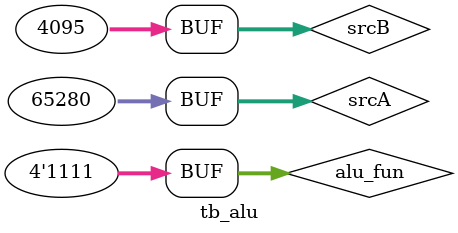
<source format=v>
`timescale 1ns / 1ps


module tb_alu( );

   wire [31:0] result; 
   reg [3:0] alu_fun; 
   reg [31:0] srcA,srcB; 
   
alu  my_alu (
    .alu_fun  (alu_fun),
    .OP_1     (srcA),
    .OP_2     (srcB),
    .RESULT   (result)
    );
   
   initial 
   begin
   
      alu_fun = 0;     // addition
      srcA = 32'd25; 
      srcB = 32'd26;       
      
      #20             // subtraction
      alu_fun = 8; 
      srcA = 32'd25; 
      srcB = 32'd26;          
      
      #20             // subtraction
      alu_fun = 8; 
      srcA = 32'hFFFFFFFFF; 
      srcB = 32'd1;    
     
       #20             // OR
      alu_fun = 6; 
      srcA = 32'h0000AAAA; 
      srcB = 32'h00005555;   
      
       #20             // AND
      alu_fun = 7; 
      srcA = 32'h0000AAAA; 
      srcB = 32'h00005555;   

       #20             // XOR
      alu_fun = 4; 
      srcA = 32'h0000AAAA; 
      srcB = 32'h00005555;    

       #20             // shift right
      alu_fun = 5; 
      srcA = 32'h0000FF00; 
      srcB = 32'h00000005;   
      
       #20             // shift left
      alu_fun = 1; 
      srcA = 32'h0000FF00; 
      srcB = 32'h00000005;
      
       #20             // shift right arithmetic
      alu_fun = 13; 
      srcA = 32'h8000FF00; 
      srcB = 32'h00000005;          
        
       #20             // set if less than signed
      alu_fun = 2; 
      srcA = 32'h8000FF00; 
      srcB = 32'h00000005;    

       #20             // set if less than unsigned
      alu_fun = 3; 
      srcA = 32'h8000FF00; 
      srcB = 32'h00000005; 
      
       #20             // set if less than unsigned
      alu_fun = 9; 
      srcA = 32'h0000FF00; 
      srcB = 32'h00000FFF;      
      
      alu_fun = 15; 
      srcA = 32'h0000FF00; 
      srcB = 32'h00000FFF;   
     
   end  

endmodule
</source>
